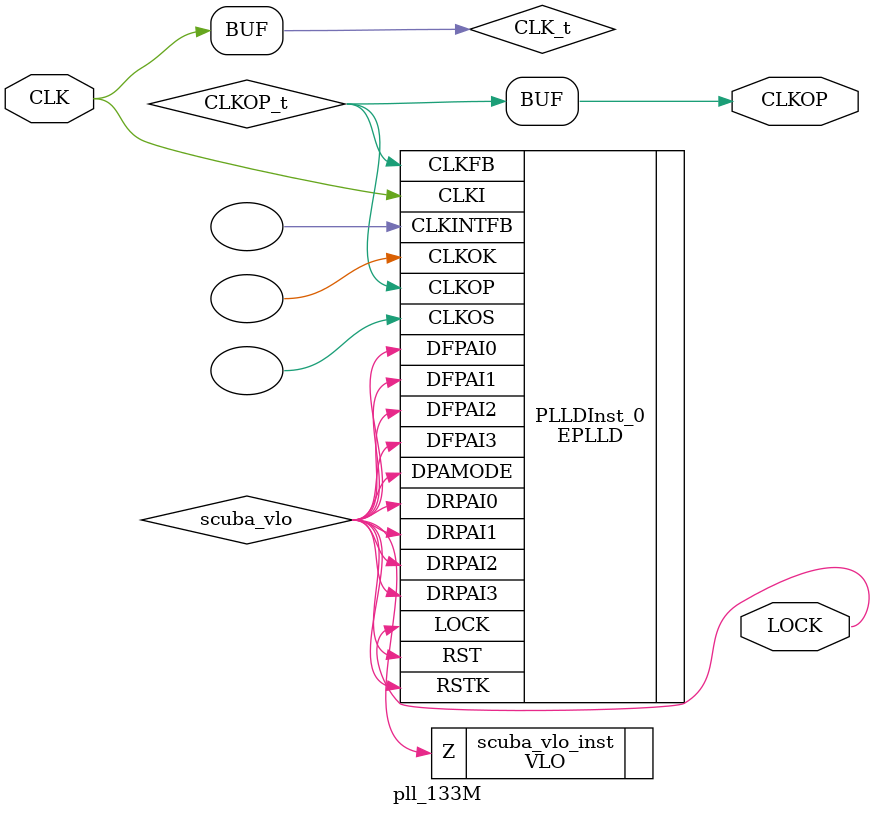
<source format=v>
/* Verilog netlist generated by SCUBA Diamond (64-bit) 3.12.0.240.2 */
/* Module Version: 5.7 */
/* C:\lscc\diamond\3.12\ispfpga\bin\nt64\scuba.exe -w -n pll_133M -lang verilog -synth synplify -arch ep5a00 -type pll -fin 100 -phase_cntl STATIC -fclkop 133 -fclkop_tol 10.0 -delay_cntl AUTO_NO_DELAY -fb_mode CLOCKTREE -extcap DISABLED -noclkos -noclkok -norst  */
/* Thu Feb 17 18:12:53 2022 */


`timescale 1 ns / 1 ps
module pll_133M (CLK, CLKOP, LOCK)/* synthesis NGD_DRC_MASK=1 */;
    input wire CLK;
    output wire CLKOP;
    output wire LOCK;

    wire CLKOP_t;
    wire scuba_vlo;
    wire CLK_t;

    VLO scuba_vlo_inst (.Z(scuba_vlo));

    // synopsys translate_off
    defparam PLLDInst_0.PLLCAP = "DISABLED" ;
    defparam PLLDInst_0.CLKOK_BYPASS = "DISABLED" ;
    defparam PLLDInst_0.CLKOK_DIV = 2 ;
    defparam PLLDInst_0.CLKOS_BYPASS = "DISABLED" ;
    defparam PLLDInst_0.CLKOP_BYPASS = "DISABLED" ;
    defparam PLLDInst_0.PHASE_CNTL = "STATIC" ;
    defparam PLLDInst_0.DUTY = 8 ;
    defparam PLLDInst_0.PHASEADJ = "0.0" ;
    defparam PLLDInst_0.CLKOP_DIV = 8 ;
    defparam PLLDInst_0.CLKFB_DIV = 4 ;
    defparam PLLDInst_0.CLKI_DIV = 3 ;
    // synopsys translate_on
    EPLLD PLLDInst_0 (.CLKI(CLK_t), .CLKFB(CLKOP_t), .RST(scuba_vlo), .RSTK(scuba_vlo), 
        .DPAMODE(scuba_vlo), .DRPAI3(scuba_vlo), .DRPAI2(scuba_vlo), .DRPAI1(scuba_vlo), 
        .DRPAI0(scuba_vlo), .DFPAI3(scuba_vlo), .DFPAI2(scuba_vlo), .DFPAI1(scuba_vlo), 
        .DFPAI0(scuba_vlo), .CLKOP(CLKOP_t), .CLKOS(), .CLKOK(), .LOCK(LOCK), 
        .CLKINTFB())
             /* synthesis PLLCAP="DISABLED" */
             /* synthesis PLLTYPE="AUTO" */
             /* synthesis CLKOK_BYPASS="DISABLED" */
             /* synthesis CLKOK_DIV="2" */
             /* synthesis CLKOS_BYPASS="DISABLED" */
             /* synthesis FREQUENCY_PIN_CLKOP="133.333333" */
             /* synthesis CLKOP_BYPASS="DISABLED" */
             /* synthesis PHASE_CNTL="STATIC" */
             /* synthesis FDEL="0" */
             /* synthesis DUTY="8" */
             /* synthesis PHASEADJ="0.0" */
             /* synthesis FREQUENCY_PIN_CLKI="100.000000" */
             /* synthesis CLKOP_DIV="8" */
             /* synthesis CLKFB_DIV="4" */
             /* synthesis CLKI_DIV="3" */
             /* synthesis FIN="100.000000" */;

    assign CLKOP = CLKOP_t;
    assign CLK_t = CLK;


    // exemplar begin
    // exemplar attribute PLLDInst_0 PLLCAP DISABLED
    // exemplar attribute PLLDInst_0 PLLTYPE AUTO
    // exemplar attribute PLLDInst_0 CLKOK_BYPASS DISABLED
    // exemplar attribute PLLDInst_0 CLKOK_DIV 2
    // exemplar attribute PLLDInst_0 CLKOS_BYPASS DISABLED
    // exemplar attribute PLLDInst_0 FREQUENCY_PIN_CLKOP 133.333333
    // exemplar attribute PLLDInst_0 CLKOP_BYPASS DISABLED
    // exemplar attribute PLLDInst_0 PHASE_CNTL STATIC
    // exemplar attribute PLLDInst_0 FDEL 0
    // exemplar attribute PLLDInst_0 DUTY 8
    // exemplar attribute PLLDInst_0 PHASEADJ 0.0
    // exemplar attribute PLLDInst_0 FREQUENCY_PIN_CLKI 100.000000
    // exemplar attribute PLLDInst_0 CLKOP_DIV 8
    // exemplar attribute PLLDInst_0 CLKFB_DIV 4
    // exemplar attribute PLLDInst_0 CLKI_DIV 3
    // exemplar attribute PLLDInst_0 FIN 100.000000
    // exemplar end

endmodule

</source>
